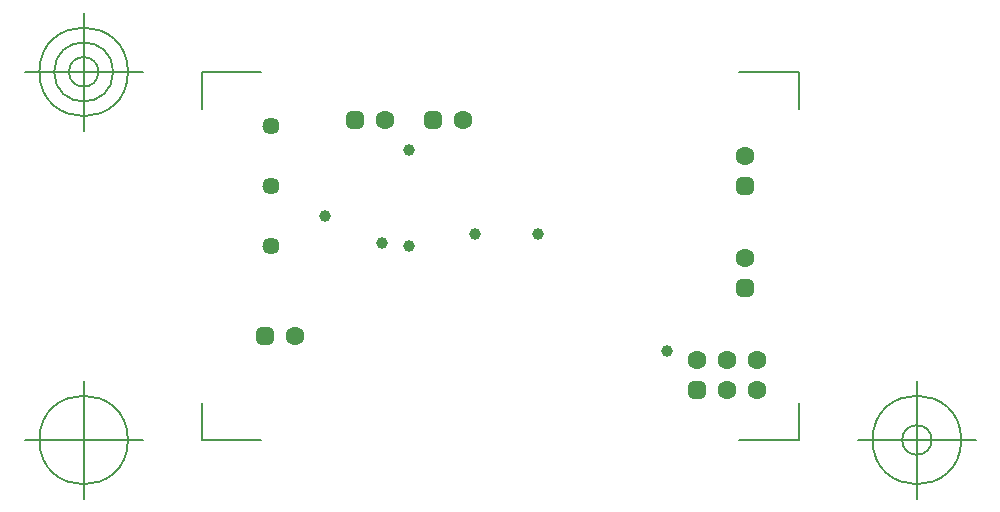
<source format=gbr>
G04 Generated by Ultiboard 14.0 *
%FSLAX24Y24*%
%MOIN*%

%ADD10C,0.0001*%
%ADD11C,0.0050*%
%ADD12C,0.0394*%
%ADD13R,0.0208X0.0208*%
%ADD14C,0.0392*%
%ADD15C,0.0633*%
%ADD16C,0.0573*%


G04 ColorRGB 9900CC for the following layer *
%LNSolder Mask Bottom*%
%LPD*%
G54D10*
G54D11*
X-500Y-470D02*
X-500Y757D01*
X-500Y-470D02*
X1490Y-470D01*
X19400Y-470D02*
X17410Y-470D01*
X19400Y-470D02*
X19400Y757D01*
X19400Y11800D02*
X19400Y10573D01*
X19400Y11800D02*
X17410Y11800D01*
X-500Y11800D02*
X1490Y11800D01*
X-500Y11800D02*
X-500Y10573D01*
X-2469Y-470D02*
X-6406Y-470D01*
X-4437Y-2439D02*
X-4437Y1498D01*
X-5913Y-470D02*
G75*
D01*
G02X-5913Y-470I1476J0*
G01*
X21369Y-470D02*
X25306Y-470D01*
X23337Y-2439D02*
X23337Y1498D01*
X21861Y-470D02*
G75*
D01*
G02X21861Y-470I1476J0*
G01*
X22845Y-470D02*
G75*
D01*
G02X22845Y-470I492J0*
G01*
X-2469Y11800D02*
X-6406Y11800D01*
X-4437Y9831D02*
X-4437Y13769D01*
X-5913Y11800D02*
G75*
D01*
G02X-5913Y11800I1476J0*
G01*
X-5421Y11800D02*
G75*
D01*
G02X-5421Y11800I984J0*
G01*
X-4929Y11800D02*
G75*
D01*
G02X-4929Y11800I492J0*
G01*
G54D12*
X8600Y6400D03*
X10700Y6400D03*
X15000Y2500D03*
X5500Y6100D03*
X6400Y9200D03*
X6400Y6000D03*
X3600Y7000D03*
G54D13*
X1600Y3000D03*
X4600Y10200D03*
X7200Y10200D03*
X16000Y1200D03*
X17600Y8000D03*
X17600Y4600D03*
G54D14*
X1496Y2896D02*
X1704Y2896D01*
X1704Y3104D01*
X1496Y3104D01*
X1496Y2896D01*D02*
X4496Y10096D02*
X4704Y10096D01*
X4704Y10304D01*
X4496Y10304D01*
X4496Y10096D01*D02*
X7096Y10096D02*
X7304Y10096D01*
X7304Y10304D01*
X7096Y10304D01*
X7096Y10096D01*D02*
X15896Y1096D02*
X16104Y1096D01*
X16104Y1304D01*
X15896Y1304D01*
X15896Y1096D01*D02*
X17496Y7896D02*
X17704Y7896D01*
X17704Y8104D01*
X17496Y8104D01*
X17496Y7896D01*D02*
X17496Y4496D02*
X17704Y4496D01*
X17704Y4704D01*
X17496Y4704D01*
X17496Y4496D01*D02*
G54D15*
X2600Y3000D03*
X5600Y10200D03*
X8200Y10200D03*
X16000Y2200D03*
X17000Y2200D03*
X18000Y2200D03*
X17000Y1200D03*
X18000Y1200D03*
X17600Y9000D03*
X17600Y5600D03*
G54D16*
X1800Y10000D03*
X1800Y8000D03*
X1800Y6000D03*

M02*

</source>
